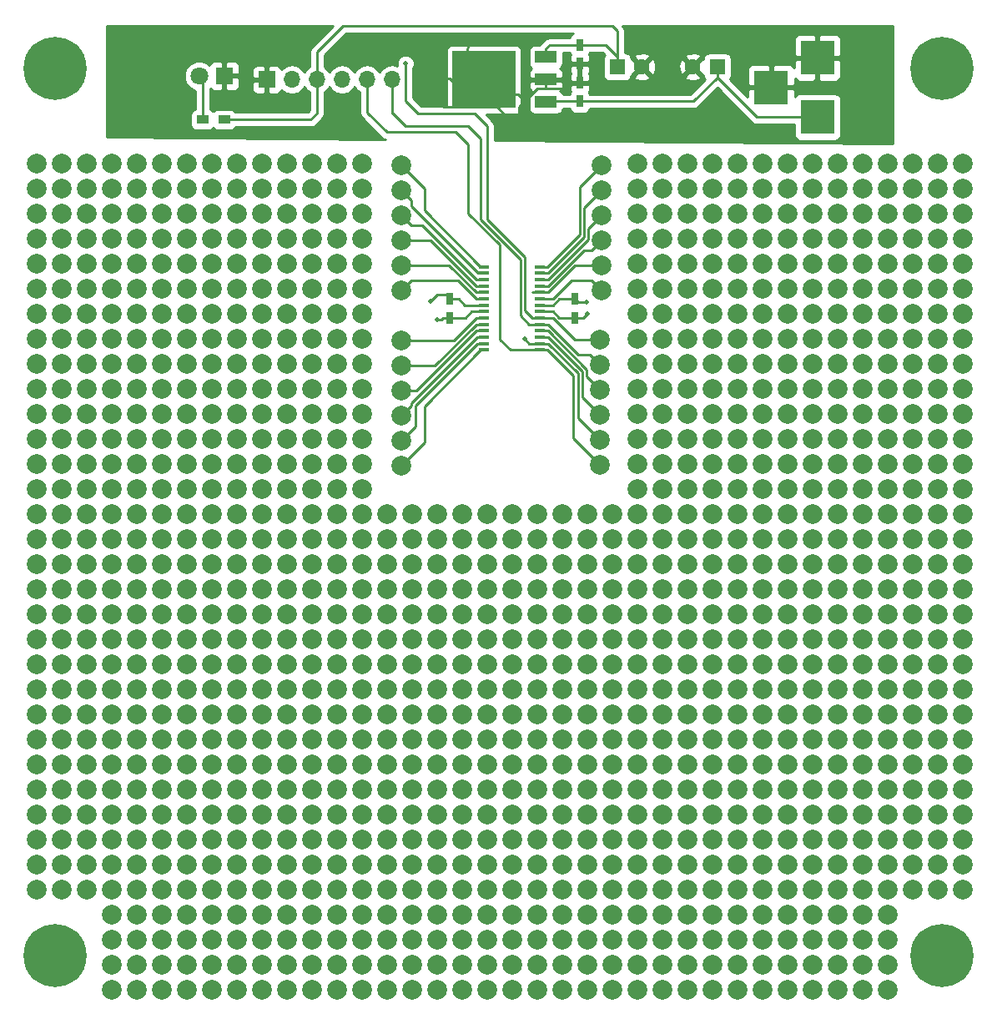
<source format=gbr>
G04 #@! TF.FileFunction,Copper,L1,Top,Signal*
%FSLAX46Y46*%
G04 Gerber Fmt 4.6, Leading zero omitted, Abs format (unit mm)*
G04 Created by KiCad (PCBNEW 4.0.6) date 07/25/17 01:14:20*
%MOMM*%
%LPD*%
G01*
G04 APERTURE LIST*
%ADD10C,0.100000*%
%ADD11C,2.000000*%
%ADD12C,6.400000*%
%ADD13R,1.600000X1.600000*%
%ADD14C,1.600000*%
%ADD15R,0.750000X1.200000*%
%ADD16R,1.700000X1.700000*%
%ADD17O,1.700000X1.700000*%
%ADD18R,3.500000X3.500000*%
%ADD19R,2.200000X1.200000*%
%ADD20R,6.400000X5.800000*%
%ADD21R,3.050000X2.750000*%
%ADD22R,1.100000X0.400000*%
%ADD23R,1.800000X1.800000*%
%ADD24C,1.800000*%
%ADD25R,1.200000X0.900000*%
%ADD26C,0.500000*%
%ADD27C,0.250000*%
%ADD28C,0.254000*%
G04 APERTURE END LIST*
D10*
D11*
X143510000Y-125095000D03*
X146050000Y-125095000D03*
X138430000Y-125095000D03*
X135890000Y-125095000D03*
X133350000Y-125095000D03*
X140970000Y-125095000D03*
X128270000Y-125095000D03*
X130810000Y-125095000D03*
X125730000Y-125095000D03*
X123190000Y-125095000D03*
X138430000Y-127635000D03*
X138430000Y-132715000D03*
X138430000Y-130175000D03*
X140970000Y-130175000D03*
X140970000Y-132715000D03*
X140970000Y-127635000D03*
X135890000Y-127635000D03*
X133350000Y-132715000D03*
X133350000Y-130175000D03*
X135890000Y-130175000D03*
X135890000Y-132715000D03*
X133350000Y-127635000D03*
X128270000Y-127635000D03*
X130810000Y-130175000D03*
X130810000Y-132715000D03*
X128270000Y-130175000D03*
X130810000Y-127635000D03*
X123190000Y-127635000D03*
X125730000Y-127635000D03*
X125730000Y-130175000D03*
X123190000Y-132715000D03*
X125730000Y-132715000D03*
X128270000Y-132715000D03*
X123190000Y-130175000D03*
X123190000Y-135255000D03*
X123190000Y-137795000D03*
X123190000Y-140335000D03*
X125730000Y-135255000D03*
X128270000Y-135255000D03*
X128270000Y-137795000D03*
X130810000Y-137795000D03*
X130810000Y-135255000D03*
X128270000Y-140335000D03*
X146050000Y-127635000D03*
X143510000Y-127635000D03*
X146050000Y-130175000D03*
X143510000Y-130175000D03*
X143510000Y-132715000D03*
X146050000Y-132715000D03*
X146050000Y-137795000D03*
X146050000Y-135255000D03*
X146050000Y-140335000D03*
X135890000Y-137795000D03*
X133350000Y-135255000D03*
X133350000Y-140335000D03*
X135890000Y-140335000D03*
X135890000Y-135255000D03*
X133350000Y-137795000D03*
X143510000Y-137795000D03*
X138430000Y-137795000D03*
X140970000Y-135255000D03*
X140970000Y-137795000D03*
X143510000Y-135255000D03*
X138430000Y-135255000D03*
X143510000Y-140335000D03*
X140970000Y-140335000D03*
X138430000Y-140335000D03*
X125730000Y-137795000D03*
X125730000Y-140335000D03*
X130810000Y-140335000D03*
X151130000Y-89535000D03*
X153670000Y-89535000D03*
X161290000Y-89535000D03*
X156210000Y-89535000D03*
X158750000Y-89535000D03*
X148590000Y-89535000D03*
X156210000Y-92075000D03*
X151130000Y-92075000D03*
X153670000Y-92075000D03*
X148590000Y-92075000D03*
X158750000Y-92075000D03*
X161290000Y-92075000D03*
X168910000Y-92075000D03*
X171450000Y-92075000D03*
X166370000Y-89535000D03*
X163830000Y-89535000D03*
X166370000Y-92075000D03*
X163830000Y-92075000D03*
X179070000Y-92075000D03*
X181610000Y-92075000D03*
X176530000Y-92075000D03*
X173990000Y-92075000D03*
X168910000Y-89535000D03*
X179070000Y-89535000D03*
X181610000Y-89535000D03*
X171450000Y-89535000D03*
X173990000Y-89535000D03*
X176530000Y-89535000D03*
X97790000Y-92075000D03*
X87630000Y-89535000D03*
X90170000Y-89535000D03*
X92710000Y-89535000D03*
X95250000Y-92075000D03*
X95250000Y-89535000D03*
X100330000Y-89535000D03*
X97790000Y-89535000D03*
X100330000Y-92075000D03*
X92710000Y-92075000D03*
X87630000Y-92075000D03*
X90170000Y-92075000D03*
X110490000Y-89535000D03*
X110490000Y-92075000D03*
X107950000Y-89535000D03*
X107950000Y-92075000D03*
X118110000Y-92075000D03*
X120650000Y-92075000D03*
X120650000Y-89535000D03*
X118110000Y-89535000D03*
X102870000Y-92075000D03*
X102870000Y-89535000D03*
X105410000Y-92075000D03*
X105410000Y-89535000D03*
X113030000Y-89535000D03*
X113030000Y-92075000D03*
X115570000Y-92075000D03*
X115570000Y-89535000D03*
X168910000Y-168275000D03*
X166370000Y-168275000D03*
X168910000Y-170815000D03*
X166370000Y-170815000D03*
X168910000Y-173355000D03*
X166370000Y-173355000D03*
X173990000Y-173355000D03*
X171450000Y-170815000D03*
X171450000Y-173355000D03*
X171450000Y-168275000D03*
X173990000Y-170815000D03*
X173990000Y-168275000D03*
X146050000Y-168275000D03*
X146050000Y-173355000D03*
X148590000Y-173355000D03*
X146050000Y-170815000D03*
X143510000Y-173355000D03*
X148590000Y-168275000D03*
X148590000Y-170815000D03*
X133350000Y-173355000D03*
X135890000Y-168275000D03*
X133350000Y-170815000D03*
X135890000Y-170815000D03*
X138430000Y-173355000D03*
X133350000Y-168275000D03*
X138430000Y-170815000D03*
X135890000Y-173355000D03*
X138430000Y-168275000D03*
X140970000Y-173355000D03*
X140970000Y-168275000D03*
X143510000Y-168275000D03*
X143510000Y-170815000D03*
X140970000Y-170815000D03*
X158750000Y-170815000D03*
X161290000Y-168275000D03*
X158750000Y-173355000D03*
X158750000Y-168275000D03*
X151130000Y-173355000D03*
X156210000Y-173355000D03*
X153670000Y-170815000D03*
X151130000Y-170815000D03*
X153670000Y-173355000D03*
X156210000Y-170815000D03*
X151130000Y-168275000D03*
X156210000Y-168275000D03*
X153670000Y-168275000D03*
X163830000Y-173355000D03*
X161290000Y-173355000D03*
X163830000Y-170815000D03*
X161290000Y-170815000D03*
X163830000Y-168275000D03*
X95250000Y-168275000D03*
X97790000Y-168275000D03*
X95250000Y-170815000D03*
X97790000Y-170815000D03*
X97790000Y-173355000D03*
X95250000Y-173355000D03*
X113030000Y-173355000D03*
X113030000Y-170815000D03*
X115570000Y-170815000D03*
X115570000Y-173355000D03*
X115570000Y-168275000D03*
X113030000Y-168275000D03*
X110490000Y-168275000D03*
X107950000Y-168275000D03*
X105410000Y-168275000D03*
X110490000Y-170815000D03*
X105410000Y-173355000D03*
X105410000Y-170815000D03*
X110490000Y-173355000D03*
X107950000Y-173355000D03*
X107950000Y-170815000D03*
X102870000Y-173355000D03*
X100330000Y-170815000D03*
X102870000Y-170815000D03*
X100330000Y-173355000D03*
X100330000Y-168275000D03*
X102870000Y-168275000D03*
X118110000Y-170815000D03*
X120650000Y-170815000D03*
X118110000Y-173355000D03*
X123190000Y-173355000D03*
X120650000Y-173355000D03*
X130810000Y-170815000D03*
X130810000Y-173355000D03*
X125730000Y-170815000D03*
X128270000Y-173355000D03*
X128270000Y-170815000D03*
X125730000Y-173355000D03*
X118110000Y-168275000D03*
X120650000Y-168275000D03*
X123190000Y-168275000D03*
X123190000Y-170815000D03*
X130810000Y-168275000D03*
X125730000Y-168275000D03*
X128270000Y-168275000D03*
X97790000Y-158115000D03*
X95250000Y-158115000D03*
X95250000Y-160655000D03*
X97790000Y-160655000D03*
X90170000Y-160655000D03*
X92710000Y-160655000D03*
X87630000Y-158115000D03*
X87630000Y-160655000D03*
X90170000Y-158115000D03*
X92710000Y-158115000D03*
X92710000Y-163195000D03*
X87630000Y-163195000D03*
X90170000Y-163195000D03*
X95250000Y-163195000D03*
X95250000Y-165735000D03*
X97790000Y-163195000D03*
X97790000Y-165735000D03*
X115570000Y-160655000D03*
X115570000Y-158115000D03*
X118110000Y-158115000D03*
X118110000Y-160655000D03*
X115570000Y-165735000D03*
X118110000Y-165735000D03*
X115570000Y-163195000D03*
X118110000Y-163195000D03*
X113030000Y-165735000D03*
X113030000Y-163195000D03*
X113030000Y-160655000D03*
X110490000Y-158115000D03*
X113030000Y-158115000D03*
X110490000Y-160655000D03*
X107950000Y-163195000D03*
X110490000Y-165735000D03*
X110490000Y-163195000D03*
X105410000Y-165735000D03*
X105410000Y-163195000D03*
X102870000Y-165735000D03*
X107950000Y-165735000D03*
X100330000Y-163195000D03*
X100330000Y-165735000D03*
X102870000Y-163195000D03*
X100330000Y-160655000D03*
X100330000Y-158115000D03*
X102870000Y-158115000D03*
X102870000Y-160655000D03*
X105410000Y-158115000D03*
X107950000Y-160655000D03*
X105410000Y-160655000D03*
X107950000Y-158115000D03*
X133350000Y-165735000D03*
X133350000Y-160655000D03*
X133350000Y-163195000D03*
X130810000Y-163195000D03*
X130810000Y-160655000D03*
X128270000Y-160655000D03*
X125730000Y-163195000D03*
X125730000Y-160655000D03*
X123190000Y-160655000D03*
X120650000Y-160655000D03*
X130810000Y-158115000D03*
X128270000Y-158115000D03*
X120650000Y-158115000D03*
X125730000Y-158115000D03*
X123190000Y-158115000D03*
X120650000Y-163195000D03*
X123190000Y-163195000D03*
X120650000Y-165735000D03*
X123190000Y-165735000D03*
X130810000Y-165735000D03*
X125730000Y-165735000D03*
X128270000Y-163195000D03*
X128270000Y-165735000D03*
X173990000Y-165735000D03*
X171450000Y-163195000D03*
X171450000Y-165735000D03*
X171450000Y-160655000D03*
X168910000Y-160655000D03*
X176530000Y-158115000D03*
X173990000Y-158115000D03*
X166370000Y-165735000D03*
X168910000Y-163195000D03*
X166370000Y-160655000D03*
X166370000Y-163195000D03*
X168910000Y-165735000D03*
X173990000Y-163195000D03*
X176530000Y-163195000D03*
X173990000Y-160655000D03*
X179070000Y-163195000D03*
X179070000Y-160655000D03*
X181610000Y-160655000D03*
X176530000Y-160655000D03*
X181610000Y-163195000D03*
X181610000Y-158115000D03*
X179070000Y-158115000D03*
X168910000Y-158115000D03*
X171450000Y-158115000D03*
X166370000Y-158115000D03*
X163830000Y-158115000D03*
X151130000Y-160655000D03*
X151130000Y-158115000D03*
X146050000Y-160655000D03*
X148590000Y-160655000D03*
X148590000Y-158115000D03*
X146050000Y-158115000D03*
X146050000Y-165735000D03*
X148590000Y-165735000D03*
X151130000Y-165735000D03*
X153670000Y-163195000D03*
X146050000Y-163195000D03*
X151130000Y-163195000D03*
X148590000Y-163195000D03*
X153670000Y-165735000D03*
X163830000Y-165735000D03*
X158750000Y-163195000D03*
X158750000Y-165735000D03*
X158750000Y-160655000D03*
X161290000Y-165735000D03*
X163830000Y-163195000D03*
X161290000Y-158115000D03*
X163830000Y-160655000D03*
X161290000Y-160655000D03*
X161290000Y-163195000D03*
X156210000Y-163195000D03*
X156210000Y-165735000D03*
X158750000Y-158115000D03*
X156210000Y-160655000D03*
X153670000Y-158115000D03*
X156210000Y-158115000D03*
X153670000Y-160655000D03*
X135890000Y-160655000D03*
X138430000Y-160655000D03*
X138430000Y-158115000D03*
X133350000Y-158115000D03*
X135890000Y-158115000D03*
X140970000Y-165735000D03*
X135890000Y-163195000D03*
X143510000Y-165735000D03*
X143510000Y-163195000D03*
X138430000Y-165735000D03*
X140970000Y-163195000D03*
X135890000Y-165735000D03*
X138430000Y-163195000D03*
X140970000Y-160655000D03*
X140970000Y-158115000D03*
X143510000Y-160655000D03*
X143510000Y-158115000D03*
X120650000Y-94615000D03*
X115570000Y-97155000D03*
X118110000Y-97155000D03*
X118110000Y-94615000D03*
X115570000Y-94615000D03*
X87630000Y-107315000D03*
X95250000Y-107315000D03*
X90170000Y-107315000D03*
X92710000Y-104775000D03*
X97790000Y-107315000D03*
X92710000Y-107315000D03*
X95250000Y-104775000D03*
X90170000Y-104775000D03*
X97790000Y-104775000D03*
X90170000Y-102235000D03*
X87630000Y-102235000D03*
X90170000Y-99695000D03*
X87630000Y-99695000D03*
X87630000Y-104775000D03*
X97790000Y-102235000D03*
X92710000Y-102235000D03*
X97790000Y-99695000D03*
X95250000Y-99695000D03*
X95250000Y-97155000D03*
X92710000Y-99695000D03*
X95250000Y-102235000D03*
X92710000Y-97155000D03*
X92710000Y-94615000D03*
X90170000Y-94615000D03*
X95250000Y-94615000D03*
X97790000Y-94615000D03*
X110490000Y-94615000D03*
X113030000Y-94615000D03*
X113030000Y-97155000D03*
X113030000Y-99695000D03*
X107950000Y-99695000D03*
X110490000Y-99695000D03*
X110490000Y-97155000D03*
X100330000Y-107315000D03*
X102870000Y-107315000D03*
X107950000Y-104775000D03*
X110490000Y-104775000D03*
X110490000Y-107315000D03*
X107950000Y-107315000D03*
X105410000Y-107315000D03*
X105410000Y-104775000D03*
X102870000Y-94615000D03*
X100330000Y-99695000D03*
X100330000Y-94615000D03*
X100330000Y-97155000D03*
X107950000Y-97155000D03*
X105410000Y-94615000D03*
X107950000Y-94615000D03*
X105410000Y-97155000D03*
X107950000Y-102235000D03*
X113030000Y-107315000D03*
X110490000Y-102235000D03*
X113030000Y-102235000D03*
X113030000Y-104775000D03*
X100330000Y-104775000D03*
X102870000Y-104775000D03*
X102870000Y-102235000D03*
X105410000Y-102235000D03*
X105410000Y-99695000D03*
X102870000Y-99695000D03*
X102870000Y-97155000D03*
X100330000Y-102235000D03*
X87630000Y-97155000D03*
X90170000Y-97155000D03*
X87630000Y-94615000D03*
X97790000Y-97155000D03*
X120650000Y-104775000D03*
X120650000Y-107315000D03*
X118110000Y-107315000D03*
X115570000Y-104775000D03*
X115570000Y-99695000D03*
X118110000Y-104775000D03*
X115570000Y-107315000D03*
X118110000Y-102235000D03*
X115570000Y-102235000D03*
X118110000Y-99695000D03*
X120650000Y-97155000D03*
X120650000Y-99695000D03*
X120650000Y-102235000D03*
X179070000Y-107315000D03*
X176530000Y-107315000D03*
X181610000Y-107315000D03*
X173990000Y-107315000D03*
X171450000Y-104775000D03*
X173990000Y-104775000D03*
X171450000Y-107315000D03*
X171450000Y-102235000D03*
X166370000Y-102235000D03*
X168910000Y-102235000D03*
X166370000Y-107315000D03*
X168910000Y-104775000D03*
X166370000Y-104775000D03*
X168910000Y-107315000D03*
X179070000Y-94615000D03*
X181610000Y-94615000D03*
X179070000Y-97155000D03*
X181610000Y-97155000D03*
X181610000Y-99695000D03*
X179070000Y-99695000D03*
X181610000Y-102235000D03*
X176530000Y-104775000D03*
X179070000Y-102235000D03*
X179070000Y-104775000D03*
X181610000Y-104775000D03*
X173990000Y-102235000D03*
X176530000Y-102235000D03*
X173990000Y-99695000D03*
X176530000Y-99695000D03*
X151130000Y-94615000D03*
X148590000Y-94615000D03*
X151130000Y-97155000D03*
X166370000Y-99695000D03*
X168910000Y-99695000D03*
X163830000Y-99695000D03*
X166370000Y-97155000D03*
X163830000Y-97155000D03*
X163830000Y-94615000D03*
X166370000Y-94615000D03*
X168910000Y-97155000D03*
X168910000Y-94615000D03*
X171450000Y-99695000D03*
X173990000Y-97155000D03*
X176530000Y-94615000D03*
X171450000Y-97155000D03*
X176530000Y-97155000D03*
X173990000Y-94615000D03*
X171450000Y-94615000D03*
X148590000Y-102235000D03*
X151130000Y-102235000D03*
X148590000Y-99695000D03*
X151130000Y-99695000D03*
X163830000Y-104775000D03*
X161290000Y-104775000D03*
X161290000Y-107315000D03*
X163830000Y-102235000D03*
X161290000Y-102235000D03*
X163830000Y-107315000D03*
X148590000Y-104775000D03*
X151130000Y-107315000D03*
X151130000Y-104775000D03*
X148590000Y-107315000D03*
X158750000Y-102235000D03*
X158750000Y-97155000D03*
X158750000Y-99695000D03*
X161290000Y-99695000D03*
X161290000Y-97155000D03*
X148590000Y-97155000D03*
X153670000Y-99695000D03*
X156210000Y-99695000D03*
X153670000Y-97155000D03*
X153670000Y-94615000D03*
X156210000Y-97155000D03*
X156210000Y-94615000D03*
X153670000Y-107315000D03*
X153670000Y-104775000D03*
X153670000Y-102235000D03*
X156210000Y-107315000D03*
X158750000Y-107315000D03*
X158750000Y-104775000D03*
X156210000Y-104775000D03*
X156210000Y-102235000D03*
X158750000Y-94615000D03*
X161290000Y-94615000D03*
X140970000Y-155575000D03*
X140970000Y-153035000D03*
X140970000Y-150495000D03*
X143510000Y-150495000D03*
X138430000Y-155575000D03*
X138430000Y-153035000D03*
X138430000Y-150495000D03*
X135890000Y-150495000D03*
X135890000Y-155575000D03*
X133350000Y-155575000D03*
X133350000Y-150495000D03*
X133350000Y-153035000D03*
X135890000Y-153035000D03*
X143510000Y-155575000D03*
X146050000Y-155575000D03*
X146050000Y-150495000D03*
X146050000Y-153035000D03*
X143510000Y-153035000D03*
X148590000Y-150495000D03*
X181610000Y-150495000D03*
X179070000Y-150495000D03*
X176530000Y-150495000D03*
X171450000Y-150495000D03*
X163830000Y-153035000D03*
X163830000Y-150495000D03*
X166370000Y-150495000D03*
X168910000Y-150495000D03*
X166370000Y-155575000D03*
X163830000Y-155575000D03*
X168910000Y-153035000D03*
X166370000Y-153035000D03*
X168910000Y-155575000D03*
X173990000Y-155575000D03*
X171450000Y-153035000D03*
X173990000Y-153035000D03*
X171450000Y-155575000D03*
X173990000Y-150495000D03*
X179070000Y-155575000D03*
X181610000Y-155575000D03*
X176530000Y-155575000D03*
X176530000Y-153035000D03*
X179070000Y-153035000D03*
X181610000Y-153035000D03*
X153670000Y-155575000D03*
X148590000Y-155575000D03*
X148590000Y-153035000D03*
X151130000Y-155575000D03*
X151130000Y-153035000D03*
X153670000Y-153035000D03*
X153670000Y-150495000D03*
X151130000Y-150495000D03*
X156210000Y-155575000D03*
X158750000Y-155575000D03*
X161290000Y-153035000D03*
X161290000Y-155575000D03*
X158750000Y-153035000D03*
X156210000Y-153035000D03*
X156210000Y-150495000D03*
X158750000Y-150495000D03*
X161290000Y-150495000D03*
X100330000Y-153035000D03*
X100330000Y-155575000D03*
X102870000Y-150495000D03*
X100330000Y-150495000D03*
X107950000Y-153035000D03*
X110490000Y-150495000D03*
X110490000Y-153035000D03*
X113030000Y-155575000D03*
X110490000Y-155575000D03*
X107950000Y-150495000D03*
X107950000Y-155575000D03*
X105410000Y-155575000D03*
X105410000Y-153035000D03*
X105410000Y-150495000D03*
X102870000Y-155575000D03*
X102870000Y-153035000D03*
X130810000Y-155575000D03*
X130810000Y-153035000D03*
X128270000Y-153035000D03*
X128270000Y-155575000D03*
X130810000Y-150495000D03*
X128270000Y-150495000D03*
X125730000Y-155575000D03*
X125730000Y-153035000D03*
X123190000Y-155575000D03*
X123190000Y-153035000D03*
X125730000Y-150495000D03*
X118110000Y-155575000D03*
X120650000Y-153035000D03*
X120650000Y-155575000D03*
X118110000Y-153035000D03*
X115570000Y-155575000D03*
X118110000Y-150495000D03*
X115570000Y-153035000D03*
X115570000Y-150495000D03*
X123190000Y-150495000D03*
X120650000Y-150495000D03*
X113030000Y-153035000D03*
X113030000Y-150495000D03*
X92710000Y-153035000D03*
X97790000Y-150495000D03*
X97790000Y-153035000D03*
X97790000Y-155575000D03*
X92710000Y-155575000D03*
X95250000Y-153035000D03*
X95250000Y-150495000D03*
X95250000Y-155575000D03*
X90170000Y-155575000D03*
X92710000Y-150495000D03*
X87630000Y-150495000D03*
X87630000Y-155575000D03*
X90170000Y-150495000D03*
X87630000Y-153035000D03*
X90170000Y-153035000D03*
X140970000Y-147955000D03*
X138430000Y-147955000D03*
X135890000Y-147955000D03*
X133350000Y-147955000D03*
X143510000Y-147955000D03*
X146050000Y-147955000D03*
X130810000Y-147955000D03*
X128270000Y-147955000D03*
X125730000Y-147955000D03*
X123190000Y-147955000D03*
X140970000Y-145415000D03*
X138430000Y-145415000D03*
X135890000Y-145415000D03*
X133350000Y-145415000D03*
X143510000Y-145415000D03*
X146050000Y-145415000D03*
X130810000Y-145415000D03*
X128270000Y-145415000D03*
X125730000Y-145415000D03*
X123190000Y-145415000D03*
X140970000Y-142875000D03*
X138430000Y-142875000D03*
X143510000Y-142875000D03*
X146050000Y-142875000D03*
X130810000Y-142875000D03*
X133350000Y-142875000D03*
X135890000Y-142875000D03*
X125730000Y-142875000D03*
X128270000Y-142875000D03*
X123190000Y-142875000D03*
X120650000Y-135255000D03*
X118110000Y-132715000D03*
X120650000Y-132715000D03*
X118110000Y-135255000D03*
X118110000Y-137795000D03*
X115570000Y-137795000D03*
X120650000Y-140335000D03*
X120650000Y-137795000D03*
X118110000Y-147955000D03*
X115570000Y-147955000D03*
X120650000Y-147955000D03*
X120650000Y-142875000D03*
X120650000Y-145415000D03*
X118110000Y-145415000D03*
X118110000Y-142875000D03*
X118110000Y-140335000D03*
X115570000Y-127635000D03*
X118110000Y-127635000D03*
X120650000Y-127635000D03*
X120650000Y-125095000D03*
X118110000Y-125095000D03*
X113030000Y-125095000D03*
X115570000Y-125095000D03*
X120650000Y-130175000D03*
X115570000Y-132715000D03*
X115570000Y-135255000D03*
X118110000Y-130175000D03*
X115570000Y-130175000D03*
X115570000Y-145415000D03*
X113030000Y-145415000D03*
X113030000Y-140335000D03*
X113030000Y-142875000D03*
X115570000Y-142875000D03*
X115570000Y-140335000D03*
X90170000Y-125095000D03*
X87630000Y-125095000D03*
X87630000Y-122555000D03*
X90170000Y-122555000D03*
X92710000Y-122555000D03*
X92710000Y-120015000D03*
X97790000Y-125095000D03*
X97790000Y-122555000D03*
X97790000Y-120015000D03*
X95250000Y-122555000D03*
X95250000Y-120015000D03*
X87630000Y-117475000D03*
X90170000Y-120015000D03*
X87630000Y-114935000D03*
X87630000Y-120015000D03*
X95250000Y-114935000D03*
X97790000Y-114935000D03*
X97790000Y-117475000D03*
X95250000Y-117475000D03*
X90170000Y-114935000D03*
X90170000Y-117475000D03*
X92710000Y-117475000D03*
X92710000Y-114935000D03*
X87630000Y-130175000D03*
X90170000Y-130175000D03*
X87630000Y-127635000D03*
X90170000Y-127635000D03*
X97790000Y-130175000D03*
X100330000Y-130175000D03*
X100330000Y-132715000D03*
X97790000Y-132715000D03*
X95250000Y-130175000D03*
X95250000Y-132715000D03*
X100330000Y-127635000D03*
X97790000Y-127635000D03*
X87630000Y-132715000D03*
X90170000Y-132715000D03*
X92710000Y-130175000D03*
X92710000Y-132715000D03*
X92710000Y-125095000D03*
X95250000Y-127635000D03*
X92710000Y-127635000D03*
X95250000Y-125095000D03*
X90170000Y-147955000D03*
X87630000Y-145415000D03*
X87630000Y-147955000D03*
X92710000Y-145415000D03*
X90170000Y-145415000D03*
X92710000Y-147955000D03*
X100330000Y-137795000D03*
X97790000Y-135255000D03*
X100330000Y-135255000D03*
X100330000Y-140335000D03*
X87630000Y-137795000D03*
X87630000Y-135255000D03*
X92710000Y-135255000D03*
X90170000Y-137795000D03*
X90170000Y-135255000D03*
X92710000Y-137795000D03*
X100330000Y-145415000D03*
X100330000Y-142875000D03*
X97790000Y-145415000D03*
X97790000Y-142875000D03*
X95250000Y-142875000D03*
X95250000Y-147955000D03*
X100330000Y-147955000D03*
X97790000Y-147955000D03*
X95250000Y-145415000D03*
X97790000Y-140335000D03*
X95250000Y-137795000D03*
X97790000Y-137795000D03*
X95250000Y-135255000D03*
X95250000Y-140335000D03*
X87630000Y-142875000D03*
X92710000Y-140335000D03*
X87630000Y-140335000D03*
X90170000Y-140335000D03*
X90170000Y-142875000D03*
X92710000Y-142875000D03*
X100330000Y-122555000D03*
X100330000Y-125095000D03*
X102870000Y-125095000D03*
X100330000Y-120015000D03*
X107950000Y-120015000D03*
X107950000Y-122555000D03*
X107950000Y-125095000D03*
X110490000Y-125095000D03*
X105410000Y-125095000D03*
X102870000Y-122555000D03*
X105410000Y-120015000D03*
X105410000Y-122555000D03*
X102870000Y-120015000D03*
X107950000Y-114935000D03*
X107950000Y-117475000D03*
X105410000Y-114935000D03*
X105410000Y-117475000D03*
X100330000Y-114935000D03*
X102870000Y-114935000D03*
X102870000Y-117475000D03*
X100330000Y-117475000D03*
X110490000Y-132715000D03*
X113030000Y-132715000D03*
X107950000Y-132715000D03*
X107950000Y-130175000D03*
X105410000Y-145415000D03*
X105410000Y-147955000D03*
X102870000Y-147955000D03*
X102870000Y-145415000D03*
X107950000Y-145415000D03*
X105410000Y-137795000D03*
X102870000Y-140335000D03*
X105410000Y-140335000D03*
X105410000Y-142875000D03*
X102870000Y-142875000D03*
X102870000Y-137795000D03*
X110490000Y-130175000D03*
X113030000Y-130175000D03*
X113030000Y-127635000D03*
X107950000Y-127635000D03*
X110490000Y-127635000D03*
X102870000Y-132715000D03*
X102870000Y-135255000D03*
X105410000Y-130175000D03*
X105410000Y-135255000D03*
X105410000Y-132715000D03*
X102870000Y-130175000D03*
X102870000Y-127635000D03*
X105410000Y-127635000D03*
X107950000Y-142875000D03*
X113030000Y-137795000D03*
X110490000Y-137795000D03*
X110490000Y-142875000D03*
X110490000Y-145415000D03*
X107950000Y-147955000D03*
X110490000Y-147955000D03*
X113030000Y-147955000D03*
X113030000Y-135255000D03*
X110490000Y-135255000D03*
X107950000Y-135255000D03*
X107950000Y-137795000D03*
X107950000Y-140335000D03*
X110490000Y-140335000D03*
X118110000Y-112395000D03*
X118110000Y-109855000D03*
X115570000Y-112395000D03*
X115570000Y-109855000D03*
X113030000Y-112395000D03*
X113030000Y-109855000D03*
X120650000Y-109855000D03*
X120650000Y-112395000D03*
X90170000Y-109855000D03*
X90170000Y-112395000D03*
X87630000Y-109855000D03*
X87630000Y-112395000D03*
X120650000Y-122555000D03*
X120650000Y-120015000D03*
X118110000Y-120015000D03*
X118110000Y-122555000D03*
X120650000Y-117475000D03*
X118110000Y-114935000D03*
X118110000Y-117475000D03*
X120650000Y-114935000D03*
X115570000Y-122555000D03*
X115570000Y-120015000D03*
X113030000Y-120015000D03*
X110490000Y-120015000D03*
X113030000Y-122555000D03*
X110490000Y-122555000D03*
X113030000Y-114935000D03*
X110490000Y-114935000D03*
X115570000Y-114935000D03*
X110490000Y-117475000D03*
X115570000Y-117475000D03*
X113030000Y-117475000D03*
X92710000Y-109855000D03*
X95250000Y-112395000D03*
X95250000Y-109855000D03*
X92710000Y-112395000D03*
X105410000Y-112395000D03*
X102870000Y-109855000D03*
X102870000Y-112395000D03*
X105410000Y-109855000D03*
X107950000Y-112395000D03*
X110490000Y-109855000D03*
X107950000Y-109855000D03*
X110490000Y-112395000D03*
X97790000Y-112395000D03*
X100330000Y-112395000D03*
X100330000Y-109855000D03*
X97790000Y-109855000D03*
X179070000Y-147955000D03*
X181610000Y-147955000D03*
X176530000Y-147955000D03*
X176530000Y-145415000D03*
X179070000Y-145415000D03*
X181610000Y-142875000D03*
X181610000Y-145415000D03*
X166370000Y-145415000D03*
X163830000Y-145415000D03*
X166370000Y-147955000D03*
X163830000Y-147955000D03*
X171450000Y-145415000D03*
X173990000Y-145415000D03*
X171450000Y-147955000D03*
X173990000Y-147955000D03*
X168910000Y-147955000D03*
X176530000Y-135255000D03*
X176530000Y-137795000D03*
X179070000Y-137795000D03*
X181610000Y-135255000D03*
X179070000Y-135255000D03*
X176530000Y-142875000D03*
X179070000Y-142875000D03*
X176530000Y-140335000D03*
X179070000Y-140335000D03*
X181610000Y-140335000D03*
X181610000Y-137795000D03*
X168910000Y-140335000D03*
X173990000Y-140335000D03*
X171450000Y-140335000D03*
X171450000Y-142875000D03*
X168910000Y-142875000D03*
X173990000Y-142875000D03*
X168910000Y-145415000D03*
X163830000Y-140335000D03*
X166370000Y-140335000D03*
X163830000Y-142875000D03*
X161290000Y-140335000D03*
X161290000Y-142875000D03*
X166370000Y-142875000D03*
X173990000Y-137795000D03*
X173990000Y-135255000D03*
X171450000Y-137795000D03*
X171450000Y-135255000D03*
X156210000Y-137795000D03*
X158750000Y-135255000D03*
X156210000Y-135255000D03*
X158750000Y-137795000D03*
X153670000Y-135255000D03*
X151130000Y-137795000D03*
X151130000Y-135255000D03*
X153670000Y-137795000D03*
X166370000Y-137795000D03*
X166370000Y-135255000D03*
X168910000Y-135255000D03*
X168910000Y-137795000D03*
X161290000Y-137795000D03*
X163830000Y-135255000D03*
X161290000Y-135255000D03*
X163830000Y-137795000D03*
X153670000Y-142875000D03*
X156210000Y-140335000D03*
X153670000Y-140335000D03*
X156210000Y-142875000D03*
X158750000Y-142875000D03*
X158750000Y-145415000D03*
X156210000Y-145415000D03*
X158750000Y-140335000D03*
X153670000Y-145415000D03*
X158750000Y-147955000D03*
X161290000Y-147955000D03*
X156210000Y-147955000D03*
X161290000Y-145415000D03*
X153670000Y-147955000D03*
X151130000Y-142875000D03*
X148590000Y-140335000D03*
X151130000Y-140335000D03*
X151130000Y-145415000D03*
X148590000Y-135255000D03*
X148590000Y-145415000D03*
X148590000Y-137795000D03*
X148590000Y-142875000D03*
X148590000Y-147955000D03*
X151130000Y-147955000D03*
X153670000Y-132715000D03*
X153670000Y-130175000D03*
X156210000Y-132715000D03*
X156210000Y-130175000D03*
X176530000Y-130175000D03*
X179070000Y-132715000D03*
X179070000Y-130175000D03*
X176530000Y-132715000D03*
X181610000Y-132715000D03*
X173990000Y-132715000D03*
X173990000Y-130175000D03*
X181610000Y-130175000D03*
X166370000Y-130175000D03*
X166370000Y-132715000D03*
X163830000Y-132715000D03*
X163830000Y-130175000D03*
X171450000Y-132715000D03*
X171450000Y-130175000D03*
X168910000Y-132715000D03*
X168910000Y-130175000D03*
X151130000Y-132715000D03*
X148590000Y-130175000D03*
X148590000Y-132715000D03*
X151130000Y-130175000D03*
X158750000Y-130175000D03*
X161290000Y-132715000D03*
X158750000Y-132715000D03*
X161290000Y-130175000D03*
X163830000Y-120015000D03*
X166370000Y-122555000D03*
X166370000Y-120015000D03*
X163830000Y-122555000D03*
X176530000Y-122555000D03*
X179070000Y-122555000D03*
X176530000Y-120015000D03*
X179070000Y-120015000D03*
X168910000Y-120015000D03*
X171450000Y-120015000D03*
X171450000Y-122555000D03*
X168910000Y-122555000D03*
X173990000Y-122555000D03*
X181610000Y-120015000D03*
X181610000Y-122555000D03*
X173990000Y-120015000D03*
X161290000Y-120015000D03*
X151130000Y-122555000D03*
X153670000Y-122555000D03*
X148590000Y-122555000D03*
X153670000Y-120015000D03*
X148590000Y-120015000D03*
X151130000Y-120015000D03*
X158750000Y-122555000D03*
X158750000Y-120015000D03*
X156210000Y-122555000D03*
X156210000Y-120015000D03*
X161290000Y-122555000D03*
X158750000Y-127635000D03*
X158750000Y-125095000D03*
X153670000Y-125095000D03*
X156210000Y-125095000D03*
X156210000Y-127635000D03*
X168910000Y-127635000D03*
X163830000Y-127635000D03*
X163830000Y-125095000D03*
X166370000Y-125095000D03*
X161290000Y-127635000D03*
X166370000Y-127635000D03*
X161290000Y-125095000D03*
X168910000Y-125095000D03*
X171450000Y-125095000D03*
X173990000Y-125095000D03*
X173990000Y-127635000D03*
X171450000Y-127635000D03*
X148590000Y-127635000D03*
X151130000Y-125095000D03*
X151130000Y-127635000D03*
X153670000Y-127635000D03*
X148590000Y-125095000D03*
X181610000Y-125095000D03*
X179070000Y-125095000D03*
X176530000Y-127635000D03*
X179070000Y-127635000D03*
X181610000Y-127635000D03*
X176530000Y-125095000D03*
X181610000Y-114935000D03*
X179070000Y-114935000D03*
X176530000Y-117475000D03*
X179070000Y-117475000D03*
X181610000Y-117475000D03*
X176530000Y-114935000D03*
X171450000Y-117475000D03*
X168910000Y-117475000D03*
X168910000Y-114935000D03*
X171450000Y-114935000D03*
X173990000Y-114935000D03*
X173990000Y-117475000D03*
X161290000Y-117475000D03*
X163830000Y-117475000D03*
X158750000Y-117475000D03*
X166370000Y-117475000D03*
X158750000Y-114935000D03*
X161290000Y-114935000D03*
X163830000Y-114935000D03*
X166370000Y-114935000D03*
X148590000Y-117475000D03*
X151130000Y-114935000D03*
X153670000Y-114935000D03*
X156210000Y-114935000D03*
X156210000Y-117475000D03*
X151130000Y-117475000D03*
X153670000Y-117475000D03*
X148590000Y-114935000D03*
X161290000Y-112395000D03*
X158750000Y-112395000D03*
X148590000Y-112395000D03*
X151130000Y-112395000D03*
X153670000Y-112395000D03*
X156210000Y-112395000D03*
X181610000Y-109855000D03*
X179070000Y-109855000D03*
X171450000Y-112395000D03*
X163830000Y-112395000D03*
X166370000Y-112395000D03*
X168910000Y-112395000D03*
X181610000Y-112395000D03*
X173990000Y-112395000D03*
X176530000Y-112395000D03*
X179070000Y-112395000D03*
X176530000Y-109855000D03*
X168910000Y-109855000D03*
X171450000Y-109855000D03*
X173990000Y-109855000D03*
X166370000Y-109855000D03*
X158750000Y-109855000D03*
X161290000Y-109855000D03*
X163830000Y-109855000D03*
X156210000Y-109855000D03*
X148590000Y-109855000D03*
X151130000Y-109855000D03*
D12*
X89530000Y-169850000D03*
X179530000Y-169850000D03*
X179530000Y-79850000D03*
D13*
X156720000Y-79740000D03*
D14*
X154220000Y-79740000D03*
D15*
X142750000Y-83230000D03*
X142750000Y-81330000D03*
X142750000Y-77520000D03*
X142750000Y-79420000D03*
D13*
X146560000Y-79740000D03*
D14*
X149060000Y-79740000D03*
D15*
X142240000Y-103270000D03*
X142240000Y-105170000D03*
X129540000Y-105170000D03*
X129540000Y-103270000D03*
D11*
X124630000Y-89700000D03*
X124630000Y-92240000D03*
X124630000Y-94780000D03*
X124630000Y-97320000D03*
X124630000Y-99860000D03*
X124630000Y-102400000D03*
X124630000Y-107480000D03*
X124630000Y-110020000D03*
X124630000Y-112560000D03*
X124630000Y-115100000D03*
X124630000Y-117640000D03*
X124630000Y-120180000D03*
X144950000Y-89700000D03*
X144950000Y-92240000D03*
X144950000Y-94780000D03*
X144950000Y-97320000D03*
X144950000Y-99860000D03*
X144950000Y-102400000D03*
X144780000Y-112475000D03*
X144780000Y-115015000D03*
X144780000Y-117555000D03*
X144780000Y-120095000D03*
D16*
X111000000Y-81010000D03*
D17*
X113540000Y-81010000D03*
X116080000Y-81010000D03*
X118620000Y-81010000D03*
X121160000Y-81010000D03*
X123700000Y-81010000D03*
D18*
X166880000Y-84820000D03*
X166880000Y-78820000D03*
X162180000Y-81820000D03*
D19*
X139330000Y-83290000D03*
X139330000Y-81010000D03*
X139330000Y-78730000D03*
D20*
X133030000Y-81010000D03*
D21*
X131355000Y-79485000D03*
X134705000Y-82535000D03*
X131355000Y-82535000D03*
X134705000Y-79485000D03*
D22*
X133040000Y-99995000D03*
X133040000Y-100645000D03*
X133040000Y-101295000D03*
X133040000Y-101945000D03*
X133040000Y-102595000D03*
X133040000Y-103245000D03*
X133040000Y-103895000D03*
X133040000Y-104545000D03*
X133040000Y-105195000D03*
X133040000Y-105845000D03*
X133040000Y-106495000D03*
X133040000Y-107145000D03*
X133040000Y-107795000D03*
X133040000Y-108445000D03*
X138740000Y-108445000D03*
X138740000Y-107795000D03*
X138740000Y-107145000D03*
X138740000Y-106495000D03*
X138740000Y-105845000D03*
X138740000Y-105195000D03*
X138740000Y-104545000D03*
X138740000Y-103895000D03*
X138740000Y-103245000D03*
X138740000Y-102595000D03*
X138740000Y-101945000D03*
X138740000Y-101295000D03*
X138740000Y-100645000D03*
X138740000Y-99995000D03*
D11*
X144780000Y-107395000D03*
X144780000Y-109935000D03*
X153670000Y-109855000D03*
D12*
X89530000Y-79850000D03*
D23*
X106680000Y-80645000D03*
D24*
X104140000Y-80645000D03*
D25*
X106680000Y-85090000D03*
X104480000Y-85090000D03*
D26*
X136074990Y-85540010D03*
X143420913Y-103594087D03*
X128270000Y-105410000D03*
X143510000Y-104775000D03*
X127635000Y-103505000D03*
X137160000Y-107315000D03*
X125095000Y-79375000D03*
D27*
X142750000Y-83230000D02*
X139390000Y-83230000D01*
X139390000Y-83230000D02*
X139330000Y-83290000D01*
X142750000Y-83230000D02*
X154280000Y-83230000D01*
X154280000Y-83230000D02*
X156720000Y-80790000D01*
X156720000Y-80790000D02*
X156720000Y-79740000D01*
X166880000Y-84820000D02*
X160750000Y-84820000D01*
X160750000Y-84820000D02*
X156720000Y-80790000D01*
X136074990Y-85540010D02*
X134354980Y-83820000D01*
X134354980Y-83820000D02*
X128906411Y-83820000D01*
X128906411Y-83820000D02*
X128905000Y-83820000D01*
X128083600Y-82099990D02*
X127951795Y-82231795D01*
X129273590Y-80910000D02*
X128083600Y-82099990D01*
X131355000Y-82535000D02*
X131205000Y-82535000D01*
X131205000Y-82535000D02*
X129580000Y-80910000D01*
X129580000Y-80910000D02*
X129273590Y-80910000D01*
X131445000Y-77770000D02*
X131445000Y-76835000D01*
X131355000Y-79485000D02*
X131355000Y-77860000D01*
X131355000Y-77860000D02*
X131445000Y-77770000D01*
X137160000Y-83215000D02*
X137160000Y-83820000D01*
X134705000Y-82535000D02*
X136480000Y-82535000D01*
X136480000Y-82535000D02*
X137160000Y-83215000D01*
X139330000Y-81010000D02*
X139330000Y-81860000D01*
X139330000Y-81860000D02*
X139275000Y-81915000D01*
X136074990Y-85540010D02*
X136555001Y-85059999D01*
X136555001Y-85059999D02*
X136555001Y-83789999D01*
X136555001Y-83789999D02*
X138409999Y-81935001D01*
X138409999Y-81935001D02*
X141519999Y-81935001D01*
X141519999Y-81935001D02*
X142125000Y-81330000D01*
X142125000Y-81330000D02*
X142750000Y-81330000D01*
X143420913Y-103594087D02*
X142564087Y-103594087D01*
X142564087Y-103594087D02*
X142240000Y-103270000D01*
X128675000Y-105410000D02*
X128270000Y-105410000D01*
X129540000Y-105170000D02*
X128915000Y-105170000D01*
X128915000Y-105170000D02*
X128675000Y-105410000D01*
X142750000Y-81330000D02*
X142750000Y-79420000D01*
X166880000Y-78820000D02*
X166880000Y-80820000D01*
X166880000Y-80820000D02*
X165880000Y-81820000D01*
X165880000Y-81820000D02*
X164180000Y-81820000D01*
X164180000Y-81820000D02*
X162180000Y-81820000D01*
X140650000Y-103270000D02*
X142240000Y-103270000D01*
X131130000Y-105170000D02*
X129540000Y-105170000D01*
X140025000Y-103895000D02*
X140650000Y-103270000D01*
X131755000Y-104545000D02*
X131130000Y-105170000D01*
X138740000Y-103895000D02*
X140025000Y-103895000D01*
X133040000Y-104545000D02*
X131755000Y-104545000D01*
X116080000Y-81010000D02*
X116080000Y-78230000D01*
X116080000Y-78230000D02*
X118745000Y-75565000D01*
X118745000Y-75565000D02*
X146050000Y-75565000D01*
X146050000Y-75565000D02*
X146560000Y-76075000D01*
X146560000Y-76075000D02*
X146560000Y-79740000D01*
X106680000Y-85090000D02*
X115445000Y-85090000D01*
X116080000Y-84455000D02*
X116080000Y-82212081D01*
X115445000Y-85090000D02*
X116080000Y-84455000D01*
X116080000Y-82212081D02*
X116080000Y-81010000D01*
X131120000Y-103895000D02*
X133040000Y-103895000D01*
X138740000Y-104545000D02*
X140025000Y-104545000D01*
X140025000Y-104545000D02*
X140650000Y-105170000D01*
X130495000Y-103270000D02*
X131120000Y-103895000D01*
X142865000Y-105170000D02*
X143115000Y-105170000D01*
X143115000Y-105170000D02*
X143510000Y-104775000D01*
X128905000Y-102870000D02*
X129540000Y-102870000D01*
X128270000Y-102870000D02*
X128905000Y-102870000D01*
X127635000Y-103505000D02*
X128270000Y-102870000D01*
X142750000Y-77520000D02*
X145390000Y-77520000D01*
X145390000Y-77520000D02*
X146560000Y-78690000D01*
X146560000Y-78690000D02*
X146560000Y-79740000D01*
X142240000Y-105170000D02*
X142865000Y-105170000D01*
X142750000Y-77520000D02*
X139690000Y-77520000D01*
X139690000Y-77520000D02*
X139330000Y-77880000D01*
X139330000Y-77880000D02*
X139330000Y-78730000D01*
X140650000Y-105170000D02*
X142240000Y-105170000D01*
X129540000Y-103270000D02*
X130495000Y-103270000D01*
X126365000Y-91435000D02*
X124630000Y-89700000D01*
X127000000Y-92070000D02*
X126365000Y-91435000D01*
X132690000Y-99995000D02*
X127000000Y-94305000D01*
X127000000Y-94305000D02*
X127000000Y-92070000D01*
X133040000Y-99995000D02*
X132690000Y-99995000D01*
X125629999Y-93239999D02*
X124630000Y-92240000D01*
X133040000Y-100645000D02*
X132456002Y-100645000D01*
X132456002Y-100645000D02*
X125629999Y-93818997D01*
X125629999Y-93818997D02*
X125629999Y-93239999D01*
X125629999Y-95779999D02*
X124630000Y-94780000D01*
X133040000Y-101295000D02*
X132240000Y-101295000D01*
X132240000Y-101295000D02*
X126724999Y-95779999D01*
X126724999Y-95779999D02*
X125629999Y-95779999D01*
X126044213Y-97320000D02*
X124630000Y-97320000D01*
X133040000Y-101945000D02*
X132240000Y-101945000D01*
X132240000Y-101945000D02*
X127615000Y-97320000D01*
X127615000Y-97320000D02*
X126044213Y-97320000D01*
X126044213Y-99860000D02*
X124630000Y-99860000D01*
X133040000Y-102595000D02*
X132240000Y-102595000D01*
X132240000Y-102595000D02*
X129505000Y-99860000D01*
X129505000Y-99860000D02*
X126044213Y-99860000D01*
X125629999Y-101400001D02*
X124630000Y-102400000D01*
X133040000Y-103245000D02*
X132240000Y-103245000D01*
X132240000Y-103245000D02*
X130395001Y-101400001D01*
X130395001Y-101400001D02*
X125629999Y-101400001D01*
X133040000Y-105195000D02*
X132240000Y-105195000D01*
X132240000Y-105195000D02*
X129955000Y-107480000D01*
X129955000Y-107480000D02*
X126044213Y-107480000D01*
X126044213Y-107480000D02*
X124630000Y-107480000D01*
X133040000Y-105845000D02*
X132240000Y-105845000D01*
X132240000Y-105845000D02*
X128065000Y-110020000D01*
X128065000Y-110020000D02*
X126044213Y-110020000D01*
X126044213Y-110020000D02*
X124630000Y-110020000D01*
X133040000Y-106495000D02*
X132240000Y-106495000D01*
X132240000Y-106495000D02*
X126175000Y-112560000D01*
X126175000Y-112560000D02*
X126044213Y-112560000D01*
X126044213Y-112560000D02*
X124630000Y-112560000D01*
X133040000Y-107145000D02*
X132354998Y-107145000D01*
X132354998Y-107145000D02*
X125629999Y-113869999D01*
X125629999Y-113869999D02*
X125629999Y-114100001D01*
X125629999Y-114100001D02*
X124630000Y-115100000D01*
X133040000Y-107795000D02*
X132341408Y-107795000D01*
X132341408Y-107795000D02*
X126080009Y-114056399D01*
X126080009Y-114056399D02*
X126080009Y-116189991D01*
X126080009Y-116189991D02*
X125629999Y-116640001D01*
X125629999Y-116640001D02*
X124630000Y-117640000D01*
X127000000Y-114135000D02*
X127000000Y-117810000D01*
X133040000Y-108445000D02*
X132690000Y-108445000D01*
X132690000Y-108445000D02*
X127000000Y-114135000D01*
X127000000Y-117810000D02*
X124630000Y-120180000D01*
X143950001Y-90699999D02*
X144950000Y-89700000D01*
X138740000Y-99995000D02*
X139480000Y-99995000D01*
X139480000Y-99995000D02*
X142724979Y-96750021D01*
X142724979Y-96750021D02*
X142724979Y-91925021D01*
X142724979Y-91925021D02*
X143950001Y-90699999D01*
X143174989Y-94015011D02*
X144950000Y-92240000D01*
X138740000Y-100645000D02*
X139540000Y-100645000D01*
X139540000Y-100645000D02*
X143174989Y-97010011D01*
X143174989Y-97010011D02*
X143174989Y-94015011D01*
X143950001Y-95779999D02*
X144950000Y-94780000D01*
X138740000Y-101295000D02*
X139540000Y-101295000D01*
X139540000Y-101295000D02*
X143624999Y-97210001D01*
X143624999Y-97210001D02*
X143624999Y-96105001D01*
X143624999Y-96105001D02*
X143950001Y-95779999D01*
X143950001Y-98319999D02*
X144950000Y-97320000D01*
X138740000Y-101945000D02*
X139540000Y-101945000D01*
X139540000Y-101945000D02*
X143165001Y-98319999D01*
X143165001Y-98319999D02*
X143950001Y-98319999D01*
X143535787Y-99860000D02*
X144950000Y-99860000D01*
X138740000Y-102595000D02*
X137940000Y-102595000D01*
X138740000Y-102595000D02*
X139540000Y-102595000D01*
X139540000Y-102595000D02*
X142275000Y-99860000D01*
X142275000Y-99860000D02*
X143535787Y-99860000D01*
X143950001Y-101400001D02*
X144950000Y-102400000D01*
X138740000Y-103245000D02*
X140038590Y-103245000D01*
X140038590Y-103245000D02*
X141883589Y-101400001D01*
X141883589Y-101400001D02*
X143950001Y-101400001D01*
X138740000Y-106495000D02*
X139540000Y-106495000D01*
X139540000Y-106495000D02*
X143454999Y-110409999D01*
X143454999Y-110409999D02*
X143454999Y-111149999D01*
X143454999Y-111149999D02*
X143780001Y-111475001D01*
X143780001Y-111475001D02*
X144780000Y-112475000D01*
X138740000Y-107145000D02*
X139540000Y-107145000D01*
X139540000Y-107145000D02*
X143004989Y-110609989D01*
X143004989Y-110609989D02*
X143004989Y-113239989D01*
X143004989Y-113239989D02*
X143780001Y-114015001D01*
X143780001Y-114015001D02*
X144780000Y-115015000D01*
X138740000Y-107795000D02*
X137640000Y-107795000D01*
X137640000Y-107795000D02*
X137160000Y-107315000D01*
X138740000Y-107795000D02*
X139540000Y-107795000D01*
X139540000Y-107795000D02*
X142554979Y-110809979D01*
X142554979Y-110809979D02*
X142554979Y-115329979D01*
X142554979Y-115329979D02*
X143780001Y-116555001D01*
X143780001Y-116555001D02*
X144780000Y-117555000D01*
X121160000Y-81010000D02*
X121160000Y-84332821D01*
X121160000Y-84332821D02*
X123190000Y-86362820D01*
X123190000Y-86362820D02*
X130177820Y-86362820D01*
X130177820Y-86362820D02*
X131442180Y-87627180D01*
X131442180Y-87627180D02*
X131442180Y-94615000D01*
X131442180Y-94615000D02*
X134620000Y-97792820D01*
X134620000Y-97792820D02*
X134620000Y-107315000D01*
X134675001Y-107370001D02*
X135750000Y-108445000D01*
X135750000Y-108445000D02*
X137940000Y-108445000D01*
X137940000Y-108445000D02*
X138740000Y-108445000D01*
X138740000Y-108445000D02*
X139480000Y-108445000D01*
X142104969Y-111069969D02*
X142104969Y-117419969D01*
X142104969Y-117419969D02*
X144780000Y-120095000D01*
X139480000Y-108445000D02*
X142104969Y-111069969D01*
X104480000Y-85090000D02*
X104480000Y-80985000D01*
X104480000Y-80985000D02*
X104140000Y-80645000D01*
X125095000Y-83185000D02*
X125095000Y-79375000D01*
X126365000Y-84455000D02*
X125095000Y-83185000D01*
X132080000Y-84455000D02*
X126365000Y-84455000D01*
X133350000Y-85725000D02*
X132080000Y-84455000D01*
X133350000Y-95250000D02*
X133350000Y-85725000D01*
X137160000Y-99060000D02*
X133350000Y-95250000D01*
X137160000Y-100965000D02*
X137160000Y-99060000D01*
X137160000Y-104415000D02*
X137160000Y-100965000D01*
X138740000Y-105195000D02*
X137940000Y-105195000D01*
X137940000Y-105195000D02*
X137160000Y-104415000D01*
X138740000Y-105195000D02*
X140038590Y-105195000D01*
X140038590Y-105195000D02*
X142238590Y-107395000D01*
X142238590Y-107395000D02*
X143365787Y-107395000D01*
X143365787Y-107395000D02*
X144780000Y-107395000D01*
X132715000Y-95251410D02*
X136709989Y-99246399D01*
X131445000Y-85725000D02*
X132715000Y-86995000D01*
X132715000Y-86995000D02*
X132715000Y-95251410D01*
X125095000Y-85725000D02*
X131445000Y-85725000D01*
X123825000Y-84455000D02*
X125095000Y-85725000D01*
X123700000Y-81010000D02*
X123700000Y-84455000D01*
X123700000Y-84455000D02*
X123825000Y-84455000D01*
X137940000Y-105845000D02*
X138740000Y-105845000D01*
X137593589Y-105845000D02*
X137940000Y-105845000D01*
X136709989Y-104961400D02*
X137593589Y-105845000D01*
X136709989Y-99246399D02*
X136709989Y-104961400D01*
X138740000Y-105845000D02*
X139540000Y-105845000D01*
X139540000Y-105845000D02*
X142630001Y-108935001D01*
X142630001Y-108935001D02*
X143780001Y-108935001D01*
X143780001Y-108935001D02*
X144780000Y-109935000D01*
D28*
G36*
X174498000Y-87501988D02*
X134110000Y-87181448D01*
X134110000Y-85725000D01*
X134085697Y-85602820D01*
X134052148Y-85434160D01*
X133887401Y-85187599D01*
X133244802Y-84545000D01*
X136356309Y-84545000D01*
X136589698Y-84448327D01*
X136768327Y-84269699D01*
X136865000Y-84036310D01*
X136865000Y-82690000D01*
X137582560Y-82690000D01*
X137582560Y-83890000D01*
X137626838Y-84125317D01*
X137765910Y-84341441D01*
X137978110Y-84486431D01*
X138230000Y-84537440D01*
X140430000Y-84537440D01*
X140665317Y-84493162D01*
X140881441Y-84354090D01*
X141026431Y-84141890D01*
X141057189Y-83990000D01*
X141757666Y-83990000D01*
X141771838Y-84065317D01*
X141910910Y-84281441D01*
X142123110Y-84426431D01*
X142375000Y-84477440D01*
X143125000Y-84477440D01*
X143360317Y-84433162D01*
X143576441Y-84294090D01*
X143721431Y-84081890D01*
X143740039Y-83990000D01*
X154280000Y-83990000D01*
X154570839Y-83932148D01*
X154817401Y-83767401D01*
X156720000Y-81864802D01*
X160212599Y-85357401D01*
X160459161Y-85522148D01*
X160750000Y-85580000D01*
X164482560Y-85580000D01*
X164482560Y-86570000D01*
X164526838Y-86805317D01*
X164665910Y-87021441D01*
X164878110Y-87166431D01*
X165130000Y-87217440D01*
X168630000Y-87217440D01*
X168865317Y-87173162D01*
X169081441Y-87034090D01*
X169226431Y-86821890D01*
X169277440Y-86570000D01*
X169277440Y-83070000D01*
X169233162Y-82834683D01*
X169094090Y-82618559D01*
X168881890Y-82473569D01*
X168630000Y-82422560D01*
X165130000Y-82422560D01*
X164894683Y-82466838D01*
X164678559Y-82605910D01*
X164565000Y-82772109D01*
X164565000Y-82105750D01*
X164406250Y-81947000D01*
X162307000Y-81947000D01*
X162307000Y-81967000D01*
X162053000Y-81967000D01*
X162053000Y-81947000D01*
X159953750Y-81947000D01*
X159795000Y-82105750D01*
X159795000Y-82790198D01*
X157986643Y-80981841D01*
X158116431Y-80791890D01*
X158167440Y-80540000D01*
X158167440Y-79943691D01*
X159795000Y-79943691D01*
X159795000Y-81534250D01*
X159953750Y-81693000D01*
X162053000Y-81693000D01*
X162053000Y-79593750D01*
X162307000Y-79593750D01*
X162307000Y-81693000D01*
X164406250Y-81693000D01*
X164565000Y-81534250D01*
X164565000Y-80865304D01*
X164591673Y-80929698D01*
X164770301Y-81108327D01*
X165003690Y-81205000D01*
X166594250Y-81205000D01*
X166753000Y-81046250D01*
X166753000Y-78947000D01*
X167007000Y-78947000D01*
X167007000Y-81046250D01*
X167165750Y-81205000D01*
X168756310Y-81205000D01*
X168989699Y-81108327D01*
X169168327Y-80929698D01*
X169265000Y-80696309D01*
X169265000Y-79105750D01*
X169106250Y-78947000D01*
X167007000Y-78947000D01*
X166753000Y-78947000D01*
X164653750Y-78947000D01*
X164495000Y-79105750D01*
X164495000Y-79774696D01*
X164468327Y-79710302D01*
X164289699Y-79531673D01*
X164056310Y-79435000D01*
X162465750Y-79435000D01*
X162307000Y-79593750D01*
X162053000Y-79593750D01*
X161894250Y-79435000D01*
X160303690Y-79435000D01*
X160070301Y-79531673D01*
X159891673Y-79710302D01*
X159795000Y-79943691D01*
X158167440Y-79943691D01*
X158167440Y-78940000D01*
X158123162Y-78704683D01*
X157984090Y-78488559D01*
X157771890Y-78343569D01*
X157520000Y-78292560D01*
X155920000Y-78292560D01*
X155684683Y-78336838D01*
X155468559Y-78475910D01*
X155323569Y-78688110D01*
X155275354Y-78926201D01*
X155227745Y-78911861D01*
X154399605Y-79740000D01*
X155227745Y-80568139D01*
X155275167Y-80553855D01*
X155316838Y-80775317D01*
X155451152Y-80984046D01*
X153965198Y-82470000D01*
X143742334Y-82470000D01*
X143728162Y-82394683D01*
X143661671Y-82291354D01*
X143663327Y-82289698D01*
X143760000Y-82056309D01*
X143760000Y-81615750D01*
X143601250Y-81457000D01*
X142877000Y-81457000D01*
X142877000Y-81477000D01*
X142623000Y-81477000D01*
X142623000Y-81457000D01*
X141898750Y-81457000D01*
X141740000Y-81615750D01*
X141740000Y-82056309D01*
X141836673Y-82289698D01*
X141838043Y-82291068D01*
X141778569Y-82378110D01*
X141759961Y-82470000D01*
X141036044Y-82470000D01*
X141033162Y-82454683D01*
X140894090Y-82238559D01*
X140772473Y-82155462D01*
X140789698Y-82148327D01*
X140968327Y-81969699D01*
X141065000Y-81736310D01*
X141065000Y-81295750D01*
X140906250Y-81137000D01*
X139457000Y-81137000D01*
X139457000Y-81157000D01*
X139203000Y-81157000D01*
X139203000Y-81137000D01*
X137753750Y-81137000D01*
X137595000Y-81295750D01*
X137595000Y-81736310D01*
X137691673Y-81969699D01*
X137870302Y-82148327D01*
X137887838Y-82155591D01*
X137778559Y-82225910D01*
X137633569Y-82438110D01*
X137582560Y-82690000D01*
X136865000Y-82690000D01*
X136865000Y-81033690D01*
X136855187Y-81010000D01*
X136865000Y-80986310D01*
X136865000Y-77983690D01*
X136768327Y-77750301D01*
X136589698Y-77571673D01*
X136356309Y-77475000D01*
X133053691Y-77475000D01*
X133030000Y-77484813D01*
X133006309Y-77475000D01*
X129703691Y-77475000D01*
X129470302Y-77571673D01*
X129291673Y-77750301D01*
X129195000Y-77983690D01*
X129195000Y-80986310D01*
X129204813Y-81010000D01*
X129195000Y-81033690D01*
X129195000Y-83695000D01*
X126679802Y-83695000D01*
X125855000Y-82870198D01*
X125855000Y-79852473D01*
X125979846Y-79551810D01*
X125980153Y-79199735D01*
X125845704Y-78874343D01*
X125596967Y-78625171D01*
X125271810Y-78490154D01*
X124919735Y-78489847D01*
X124594343Y-78624296D01*
X124345171Y-78873033D01*
X124210154Y-79198190D01*
X124209847Y-79550265D01*
X124231032Y-79601536D01*
X123700000Y-79495907D01*
X123131715Y-79608946D01*
X122649946Y-79930853D01*
X122430000Y-80260026D01*
X122210054Y-79930853D01*
X121728285Y-79608946D01*
X121160000Y-79495907D01*
X120591715Y-79608946D01*
X120109946Y-79930853D01*
X119890000Y-80260026D01*
X119670054Y-79930853D01*
X119188285Y-79608946D01*
X118620000Y-79495907D01*
X118051715Y-79608946D01*
X117569946Y-79930853D01*
X117350000Y-80260026D01*
X117130054Y-79930853D01*
X116840000Y-79737046D01*
X116840000Y-78544802D01*
X119059802Y-76325000D01*
X142126999Y-76325000D01*
X141923559Y-76455910D01*
X141778569Y-76668110D01*
X141759961Y-76760000D01*
X139690000Y-76760000D01*
X139399161Y-76817852D01*
X139152599Y-76982599D01*
X138792599Y-77342599D01*
X138699080Y-77482560D01*
X138230000Y-77482560D01*
X137994683Y-77526838D01*
X137778559Y-77665910D01*
X137633569Y-77878110D01*
X137582560Y-78130000D01*
X137582560Y-79330000D01*
X137626838Y-79565317D01*
X137765910Y-79781441D01*
X137887527Y-79864538D01*
X137870302Y-79871673D01*
X137691673Y-80050301D01*
X137595000Y-80283690D01*
X137595000Y-80724250D01*
X137753750Y-80883000D01*
X139203000Y-80883000D01*
X139203000Y-80863000D01*
X139457000Y-80863000D01*
X139457000Y-80883000D01*
X140906250Y-80883000D01*
X141065000Y-80724250D01*
X141065000Y-80283690D01*
X140968327Y-80050301D01*
X140789698Y-79871673D01*
X140772162Y-79864409D01*
X140881441Y-79794090D01*
X140941801Y-79705750D01*
X141740000Y-79705750D01*
X141740000Y-80146309D01*
X141834727Y-80375000D01*
X141740000Y-80603691D01*
X141740000Y-81044250D01*
X141898750Y-81203000D01*
X142623000Y-81203000D01*
X142623000Y-79547000D01*
X142877000Y-79547000D01*
X142877000Y-81203000D01*
X143601250Y-81203000D01*
X143760000Y-81044250D01*
X143760000Y-80603691D01*
X143665273Y-80375000D01*
X143760000Y-80146309D01*
X143760000Y-79705750D01*
X143601250Y-79547000D01*
X142877000Y-79547000D01*
X142623000Y-79547000D01*
X141898750Y-79547000D01*
X141740000Y-79705750D01*
X140941801Y-79705750D01*
X141026431Y-79581890D01*
X141077440Y-79330000D01*
X141077440Y-78280000D01*
X141757666Y-78280000D01*
X141771838Y-78355317D01*
X141838329Y-78458646D01*
X141836673Y-78460302D01*
X141740000Y-78693691D01*
X141740000Y-79134250D01*
X141898750Y-79293000D01*
X142623000Y-79293000D01*
X142623000Y-79273000D01*
X142877000Y-79273000D01*
X142877000Y-79293000D01*
X143601250Y-79293000D01*
X143760000Y-79134250D01*
X143760000Y-78693691D01*
X143663327Y-78460302D01*
X143661957Y-78458932D01*
X143721431Y-78371890D01*
X143740039Y-78280000D01*
X145075198Y-78280000D01*
X145293357Y-78498159D01*
X145163569Y-78688110D01*
X145112560Y-78940000D01*
X145112560Y-80540000D01*
X145156838Y-80775317D01*
X145295910Y-80991441D01*
X145508110Y-81136431D01*
X145760000Y-81187440D01*
X147360000Y-81187440D01*
X147595317Y-81143162D01*
X147811441Y-81004090D01*
X147956431Y-80791890D01*
X147965370Y-80747745D01*
X148231861Y-80747745D01*
X148305995Y-80993864D01*
X148843223Y-81186965D01*
X149413454Y-81159778D01*
X149814005Y-80993864D01*
X149888139Y-80747745D01*
X153391861Y-80747745D01*
X153465995Y-80993864D01*
X154003223Y-81186965D01*
X154573454Y-81159778D01*
X154974005Y-80993864D01*
X155048139Y-80747745D01*
X154220000Y-79919605D01*
X153391861Y-80747745D01*
X149888139Y-80747745D01*
X149060000Y-79919605D01*
X148231861Y-80747745D01*
X147965370Y-80747745D01*
X148004646Y-80553799D01*
X148052255Y-80568139D01*
X148880395Y-79740000D01*
X149239605Y-79740000D01*
X150067745Y-80568139D01*
X150313864Y-80494005D01*
X150506965Y-79956777D01*
X150486295Y-79523223D01*
X152773035Y-79523223D01*
X152800222Y-80093454D01*
X152966136Y-80494005D01*
X153212255Y-80568139D01*
X154040395Y-79740000D01*
X153212255Y-78911861D01*
X152966136Y-78985995D01*
X152773035Y-79523223D01*
X150486295Y-79523223D01*
X150479778Y-79386546D01*
X150313864Y-78985995D01*
X150067745Y-78911861D01*
X149239605Y-79740000D01*
X148880395Y-79740000D01*
X148052255Y-78911861D01*
X148004833Y-78926145D01*
X147968351Y-78732255D01*
X148231861Y-78732255D01*
X149060000Y-79560395D01*
X149888139Y-78732255D01*
X153391861Y-78732255D01*
X154220000Y-79560395D01*
X155048139Y-78732255D01*
X154974005Y-78486136D01*
X154436777Y-78293035D01*
X153866546Y-78320222D01*
X153465995Y-78486136D01*
X153391861Y-78732255D01*
X149888139Y-78732255D01*
X149814005Y-78486136D01*
X149276777Y-78293035D01*
X148706546Y-78320222D01*
X148305995Y-78486136D01*
X148231861Y-78732255D01*
X147968351Y-78732255D01*
X147963162Y-78704683D01*
X147824090Y-78488559D01*
X147611890Y-78343569D01*
X147360000Y-78292560D01*
X147320000Y-78292560D01*
X147320000Y-76943691D01*
X164495000Y-76943691D01*
X164495000Y-78534250D01*
X164653750Y-78693000D01*
X166753000Y-78693000D01*
X166753000Y-76593750D01*
X167007000Y-76593750D01*
X167007000Y-78693000D01*
X169106250Y-78693000D01*
X169265000Y-78534250D01*
X169265000Y-76943691D01*
X169168327Y-76710302D01*
X168989699Y-76531673D01*
X168756310Y-76435000D01*
X167165750Y-76435000D01*
X167007000Y-76593750D01*
X166753000Y-76593750D01*
X166594250Y-76435000D01*
X165003690Y-76435000D01*
X164770301Y-76531673D01*
X164591673Y-76710302D01*
X164495000Y-76943691D01*
X147320000Y-76943691D01*
X147320000Y-76075000D01*
X147262148Y-75784161D01*
X147097401Y-75537599D01*
X147094802Y-75535000D01*
X174498000Y-75535000D01*
X174498000Y-87501988D01*
X174498000Y-87501988D01*
G37*
X174498000Y-87501988D02*
X134110000Y-87181448D01*
X134110000Y-85725000D01*
X134085697Y-85602820D01*
X134052148Y-85434160D01*
X133887401Y-85187599D01*
X133244802Y-84545000D01*
X136356309Y-84545000D01*
X136589698Y-84448327D01*
X136768327Y-84269699D01*
X136865000Y-84036310D01*
X136865000Y-82690000D01*
X137582560Y-82690000D01*
X137582560Y-83890000D01*
X137626838Y-84125317D01*
X137765910Y-84341441D01*
X137978110Y-84486431D01*
X138230000Y-84537440D01*
X140430000Y-84537440D01*
X140665317Y-84493162D01*
X140881441Y-84354090D01*
X141026431Y-84141890D01*
X141057189Y-83990000D01*
X141757666Y-83990000D01*
X141771838Y-84065317D01*
X141910910Y-84281441D01*
X142123110Y-84426431D01*
X142375000Y-84477440D01*
X143125000Y-84477440D01*
X143360317Y-84433162D01*
X143576441Y-84294090D01*
X143721431Y-84081890D01*
X143740039Y-83990000D01*
X154280000Y-83990000D01*
X154570839Y-83932148D01*
X154817401Y-83767401D01*
X156720000Y-81864802D01*
X160212599Y-85357401D01*
X160459161Y-85522148D01*
X160750000Y-85580000D01*
X164482560Y-85580000D01*
X164482560Y-86570000D01*
X164526838Y-86805317D01*
X164665910Y-87021441D01*
X164878110Y-87166431D01*
X165130000Y-87217440D01*
X168630000Y-87217440D01*
X168865317Y-87173162D01*
X169081441Y-87034090D01*
X169226431Y-86821890D01*
X169277440Y-86570000D01*
X169277440Y-83070000D01*
X169233162Y-82834683D01*
X169094090Y-82618559D01*
X168881890Y-82473569D01*
X168630000Y-82422560D01*
X165130000Y-82422560D01*
X164894683Y-82466838D01*
X164678559Y-82605910D01*
X164565000Y-82772109D01*
X164565000Y-82105750D01*
X164406250Y-81947000D01*
X162307000Y-81947000D01*
X162307000Y-81967000D01*
X162053000Y-81967000D01*
X162053000Y-81947000D01*
X159953750Y-81947000D01*
X159795000Y-82105750D01*
X159795000Y-82790198D01*
X157986643Y-80981841D01*
X158116431Y-80791890D01*
X158167440Y-80540000D01*
X158167440Y-79943691D01*
X159795000Y-79943691D01*
X159795000Y-81534250D01*
X159953750Y-81693000D01*
X162053000Y-81693000D01*
X162053000Y-79593750D01*
X162307000Y-79593750D01*
X162307000Y-81693000D01*
X164406250Y-81693000D01*
X164565000Y-81534250D01*
X164565000Y-80865304D01*
X164591673Y-80929698D01*
X164770301Y-81108327D01*
X165003690Y-81205000D01*
X166594250Y-81205000D01*
X166753000Y-81046250D01*
X166753000Y-78947000D01*
X167007000Y-78947000D01*
X167007000Y-81046250D01*
X167165750Y-81205000D01*
X168756310Y-81205000D01*
X168989699Y-81108327D01*
X169168327Y-80929698D01*
X169265000Y-80696309D01*
X169265000Y-79105750D01*
X169106250Y-78947000D01*
X167007000Y-78947000D01*
X166753000Y-78947000D01*
X164653750Y-78947000D01*
X164495000Y-79105750D01*
X164495000Y-79774696D01*
X164468327Y-79710302D01*
X164289699Y-79531673D01*
X164056310Y-79435000D01*
X162465750Y-79435000D01*
X162307000Y-79593750D01*
X162053000Y-79593750D01*
X161894250Y-79435000D01*
X160303690Y-79435000D01*
X160070301Y-79531673D01*
X159891673Y-79710302D01*
X159795000Y-79943691D01*
X158167440Y-79943691D01*
X158167440Y-78940000D01*
X158123162Y-78704683D01*
X157984090Y-78488559D01*
X157771890Y-78343569D01*
X157520000Y-78292560D01*
X155920000Y-78292560D01*
X155684683Y-78336838D01*
X155468559Y-78475910D01*
X155323569Y-78688110D01*
X155275354Y-78926201D01*
X155227745Y-78911861D01*
X154399605Y-79740000D01*
X155227745Y-80568139D01*
X155275167Y-80553855D01*
X155316838Y-80775317D01*
X155451152Y-80984046D01*
X153965198Y-82470000D01*
X143742334Y-82470000D01*
X143728162Y-82394683D01*
X143661671Y-82291354D01*
X143663327Y-82289698D01*
X143760000Y-82056309D01*
X143760000Y-81615750D01*
X143601250Y-81457000D01*
X142877000Y-81457000D01*
X142877000Y-81477000D01*
X142623000Y-81477000D01*
X142623000Y-81457000D01*
X141898750Y-81457000D01*
X141740000Y-81615750D01*
X141740000Y-82056309D01*
X141836673Y-82289698D01*
X141838043Y-82291068D01*
X141778569Y-82378110D01*
X141759961Y-82470000D01*
X141036044Y-82470000D01*
X141033162Y-82454683D01*
X140894090Y-82238559D01*
X140772473Y-82155462D01*
X140789698Y-82148327D01*
X140968327Y-81969699D01*
X141065000Y-81736310D01*
X141065000Y-81295750D01*
X140906250Y-81137000D01*
X139457000Y-81137000D01*
X139457000Y-81157000D01*
X139203000Y-81157000D01*
X139203000Y-81137000D01*
X137753750Y-81137000D01*
X137595000Y-81295750D01*
X137595000Y-81736310D01*
X137691673Y-81969699D01*
X137870302Y-82148327D01*
X137887838Y-82155591D01*
X137778559Y-82225910D01*
X137633569Y-82438110D01*
X137582560Y-82690000D01*
X136865000Y-82690000D01*
X136865000Y-81033690D01*
X136855187Y-81010000D01*
X136865000Y-80986310D01*
X136865000Y-77983690D01*
X136768327Y-77750301D01*
X136589698Y-77571673D01*
X136356309Y-77475000D01*
X133053691Y-77475000D01*
X133030000Y-77484813D01*
X133006309Y-77475000D01*
X129703691Y-77475000D01*
X129470302Y-77571673D01*
X129291673Y-77750301D01*
X129195000Y-77983690D01*
X129195000Y-80986310D01*
X129204813Y-81010000D01*
X129195000Y-81033690D01*
X129195000Y-83695000D01*
X126679802Y-83695000D01*
X125855000Y-82870198D01*
X125855000Y-79852473D01*
X125979846Y-79551810D01*
X125980153Y-79199735D01*
X125845704Y-78874343D01*
X125596967Y-78625171D01*
X125271810Y-78490154D01*
X124919735Y-78489847D01*
X124594343Y-78624296D01*
X124345171Y-78873033D01*
X124210154Y-79198190D01*
X124209847Y-79550265D01*
X124231032Y-79601536D01*
X123700000Y-79495907D01*
X123131715Y-79608946D01*
X122649946Y-79930853D01*
X122430000Y-80260026D01*
X122210054Y-79930853D01*
X121728285Y-79608946D01*
X121160000Y-79495907D01*
X120591715Y-79608946D01*
X120109946Y-79930853D01*
X119890000Y-80260026D01*
X119670054Y-79930853D01*
X119188285Y-79608946D01*
X118620000Y-79495907D01*
X118051715Y-79608946D01*
X117569946Y-79930853D01*
X117350000Y-80260026D01*
X117130054Y-79930853D01*
X116840000Y-79737046D01*
X116840000Y-78544802D01*
X119059802Y-76325000D01*
X142126999Y-76325000D01*
X141923559Y-76455910D01*
X141778569Y-76668110D01*
X141759961Y-76760000D01*
X139690000Y-76760000D01*
X139399161Y-76817852D01*
X139152599Y-76982599D01*
X138792599Y-77342599D01*
X138699080Y-77482560D01*
X138230000Y-77482560D01*
X137994683Y-77526838D01*
X137778559Y-77665910D01*
X137633569Y-77878110D01*
X137582560Y-78130000D01*
X137582560Y-79330000D01*
X137626838Y-79565317D01*
X137765910Y-79781441D01*
X137887527Y-79864538D01*
X137870302Y-79871673D01*
X137691673Y-80050301D01*
X137595000Y-80283690D01*
X137595000Y-80724250D01*
X137753750Y-80883000D01*
X139203000Y-80883000D01*
X139203000Y-80863000D01*
X139457000Y-80863000D01*
X139457000Y-80883000D01*
X140906250Y-80883000D01*
X141065000Y-80724250D01*
X141065000Y-80283690D01*
X140968327Y-80050301D01*
X140789698Y-79871673D01*
X140772162Y-79864409D01*
X140881441Y-79794090D01*
X140941801Y-79705750D01*
X141740000Y-79705750D01*
X141740000Y-80146309D01*
X141834727Y-80375000D01*
X141740000Y-80603691D01*
X141740000Y-81044250D01*
X141898750Y-81203000D01*
X142623000Y-81203000D01*
X142623000Y-79547000D01*
X142877000Y-79547000D01*
X142877000Y-81203000D01*
X143601250Y-81203000D01*
X143760000Y-81044250D01*
X143760000Y-80603691D01*
X143665273Y-80375000D01*
X143760000Y-80146309D01*
X143760000Y-79705750D01*
X143601250Y-79547000D01*
X142877000Y-79547000D01*
X142623000Y-79547000D01*
X141898750Y-79547000D01*
X141740000Y-79705750D01*
X140941801Y-79705750D01*
X141026431Y-79581890D01*
X141077440Y-79330000D01*
X141077440Y-78280000D01*
X141757666Y-78280000D01*
X141771838Y-78355317D01*
X141838329Y-78458646D01*
X141836673Y-78460302D01*
X141740000Y-78693691D01*
X141740000Y-79134250D01*
X141898750Y-79293000D01*
X142623000Y-79293000D01*
X142623000Y-79273000D01*
X142877000Y-79273000D01*
X142877000Y-79293000D01*
X143601250Y-79293000D01*
X143760000Y-79134250D01*
X143760000Y-78693691D01*
X143663327Y-78460302D01*
X143661957Y-78458932D01*
X143721431Y-78371890D01*
X143740039Y-78280000D01*
X145075198Y-78280000D01*
X145293357Y-78498159D01*
X145163569Y-78688110D01*
X145112560Y-78940000D01*
X145112560Y-80540000D01*
X145156838Y-80775317D01*
X145295910Y-80991441D01*
X145508110Y-81136431D01*
X145760000Y-81187440D01*
X147360000Y-81187440D01*
X147595317Y-81143162D01*
X147811441Y-81004090D01*
X147956431Y-80791890D01*
X147965370Y-80747745D01*
X148231861Y-80747745D01*
X148305995Y-80993864D01*
X148843223Y-81186965D01*
X149413454Y-81159778D01*
X149814005Y-80993864D01*
X149888139Y-80747745D01*
X153391861Y-80747745D01*
X153465995Y-80993864D01*
X154003223Y-81186965D01*
X154573454Y-81159778D01*
X154974005Y-80993864D01*
X155048139Y-80747745D01*
X154220000Y-79919605D01*
X153391861Y-80747745D01*
X149888139Y-80747745D01*
X149060000Y-79919605D01*
X148231861Y-80747745D01*
X147965370Y-80747745D01*
X148004646Y-80553799D01*
X148052255Y-80568139D01*
X148880395Y-79740000D01*
X149239605Y-79740000D01*
X150067745Y-80568139D01*
X150313864Y-80494005D01*
X150506965Y-79956777D01*
X150486295Y-79523223D01*
X152773035Y-79523223D01*
X152800222Y-80093454D01*
X152966136Y-80494005D01*
X153212255Y-80568139D01*
X154040395Y-79740000D01*
X153212255Y-78911861D01*
X152966136Y-78985995D01*
X152773035Y-79523223D01*
X150486295Y-79523223D01*
X150479778Y-79386546D01*
X150313864Y-78985995D01*
X150067745Y-78911861D01*
X149239605Y-79740000D01*
X148880395Y-79740000D01*
X148052255Y-78911861D01*
X148004833Y-78926145D01*
X147968351Y-78732255D01*
X148231861Y-78732255D01*
X149060000Y-79560395D01*
X149888139Y-78732255D01*
X153391861Y-78732255D01*
X154220000Y-79560395D01*
X155048139Y-78732255D01*
X154974005Y-78486136D01*
X154436777Y-78293035D01*
X153866546Y-78320222D01*
X153465995Y-78486136D01*
X153391861Y-78732255D01*
X149888139Y-78732255D01*
X149814005Y-78486136D01*
X149276777Y-78293035D01*
X148706546Y-78320222D01*
X148305995Y-78486136D01*
X148231861Y-78732255D01*
X147968351Y-78732255D01*
X147963162Y-78704683D01*
X147824090Y-78488559D01*
X147611890Y-78343569D01*
X147360000Y-78292560D01*
X147320000Y-78292560D01*
X147320000Y-76943691D01*
X164495000Y-76943691D01*
X164495000Y-78534250D01*
X164653750Y-78693000D01*
X166753000Y-78693000D01*
X166753000Y-76593750D01*
X167007000Y-76593750D01*
X167007000Y-78693000D01*
X169106250Y-78693000D01*
X169265000Y-78534250D01*
X169265000Y-76943691D01*
X169168327Y-76710302D01*
X168989699Y-76531673D01*
X168756310Y-76435000D01*
X167165750Y-76435000D01*
X167007000Y-76593750D01*
X166753000Y-76593750D01*
X166594250Y-76435000D01*
X165003690Y-76435000D01*
X164770301Y-76531673D01*
X164591673Y-76710302D01*
X164495000Y-76943691D01*
X147320000Y-76943691D01*
X147320000Y-76075000D01*
X147262148Y-75784161D01*
X147097401Y-75537599D01*
X147094802Y-75535000D01*
X174498000Y-75535000D01*
X174498000Y-87501988D01*
G36*
X115542599Y-77692599D02*
X115377852Y-77939161D01*
X115320000Y-78230000D01*
X115320000Y-79737046D01*
X115029946Y-79930853D01*
X114810000Y-80260026D01*
X114590054Y-79930853D01*
X114108285Y-79608946D01*
X113540000Y-79495907D01*
X112971715Y-79608946D01*
X112489946Y-79930853D01*
X112460597Y-79974777D01*
X112388327Y-79800302D01*
X112209699Y-79621673D01*
X111976310Y-79525000D01*
X111285750Y-79525000D01*
X111127000Y-79683750D01*
X111127000Y-80883000D01*
X111147000Y-80883000D01*
X111147000Y-81137000D01*
X111127000Y-81137000D01*
X111127000Y-82336250D01*
X111285750Y-82495000D01*
X111976310Y-82495000D01*
X112209699Y-82398327D01*
X112388327Y-82219698D01*
X112460597Y-82045223D01*
X112489946Y-82089147D01*
X112971715Y-82411054D01*
X113540000Y-82524093D01*
X114108285Y-82411054D01*
X114590054Y-82089147D01*
X114810000Y-81759974D01*
X115029946Y-82089147D01*
X115320000Y-82282954D01*
X115320000Y-84140198D01*
X115130198Y-84330000D01*
X107835105Y-84330000D01*
X107744090Y-84188559D01*
X107531890Y-84043569D01*
X107280000Y-83992560D01*
X106080000Y-83992560D01*
X105844683Y-84036838D01*
X105628559Y-84175910D01*
X105580866Y-84245711D01*
X105544090Y-84188559D01*
X105331890Y-84043569D01*
X105240000Y-84024961D01*
X105240000Y-81900660D01*
X105241673Y-81904699D01*
X105420302Y-82083327D01*
X105653691Y-82180000D01*
X106394250Y-82180000D01*
X106553000Y-82021250D01*
X106553000Y-80772000D01*
X106807000Y-80772000D01*
X106807000Y-82021250D01*
X106965750Y-82180000D01*
X107706309Y-82180000D01*
X107939698Y-82083327D01*
X108118327Y-81904699D01*
X108215000Y-81671310D01*
X108215000Y-81295750D01*
X109515000Y-81295750D01*
X109515000Y-81986309D01*
X109611673Y-82219698D01*
X109790301Y-82398327D01*
X110023690Y-82495000D01*
X110714250Y-82495000D01*
X110873000Y-82336250D01*
X110873000Y-81137000D01*
X109673750Y-81137000D01*
X109515000Y-81295750D01*
X108215000Y-81295750D01*
X108215000Y-80930750D01*
X108056250Y-80772000D01*
X106807000Y-80772000D01*
X106553000Y-80772000D01*
X106533000Y-80772000D01*
X106533000Y-80518000D01*
X106553000Y-80518000D01*
X106553000Y-79268750D01*
X106807000Y-79268750D01*
X106807000Y-80518000D01*
X108056250Y-80518000D01*
X108215000Y-80359250D01*
X108215000Y-80033691D01*
X109515000Y-80033691D01*
X109515000Y-80724250D01*
X109673750Y-80883000D01*
X110873000Y-80883000D01*
X110873000Y-79683750D01*
X110714250Y-79525000D01*
X110023690Y-79525000D01*
X109790301Y-79621673D01*
X109611673Y-79800302D01*
X109515000Y-80033691D01*
X108215000Y-80033691D01*
X108215000Y-79618690D01*
X108118327Y-79385301D01*
X107939698Y-79206673D01*
X107706309Y-79110000D01*
X106965750Y-79110000D01*
X106807000Y-79268750D01*
X106553000Y-79268750D01*
X106394250Y-79110000D01*
X105653691Y-79110000D01*
X105420302Y-79206673D01*
X105241673Y-79385301D01*
X105185881Y-79519994D01*
X105010643Y-79344449D01*
X104446670Y-79110267D01*
X103836009Y-79109735D01*
X103271629Y-79342932D01*
X102839449Y-79774357D01*
X102605267Y-80338330D01*
X102604735Y-80948991D01*
X102837932Y-81513371D01*
X103269357Y-81945551D01*
X103720000Y-82132674D01*
X103720000Y-84022666D01*
X103644683Y-84036838D01*
X103428559Y-84175910D01*
X103283569Y-84388110D01*
X103232560Y-84640000D01*
X103232560Y-85540000D01*
X103276838Y-85775317D01*
X103415910Y-85991441D01*
X103628110Y-86136431D01*
X103880000Y-86187440D01*
X105080000Y-86187440D01*
X105315317Y-86143162D01*
X105531441Y-86004090D01*
X105579134Y-85934289D01*
X105615910Y-85991441D01*
X105828110Y-86136431D01*
X106080000Y-86187440D01*
X107280000Y-86187440D01*
X107515317Y-86143162D01*
X107731441Y-86004090D01*
X107836726Y-85850000D01*
X115445000Y-85850000D01*
X115735839Y-85792148D01*
X115982401Y-85627401D01*
X116617401Y-84992401D01*
X116782148Y-84745839D01*
X116840000Y-84455000D01*
X116840000Y-82282954D01*
X117130054Y-82089147D01*
X117350000Y-81759974D01*
X117569946Y-82089147D01*
X118051715Y-82411054D01*
X118620000Y-82524093D01*
X119188285Y-82411054D01*
X119670054Y-82089147D01*
X119890000Y-81759974D01*
X120109946Y-82089147D01*
X120400000Y-82282954D01*
X120400000Y-84332821D01*
X120457852Y-84623661D01*
X120622599Y-84870222D01*
X122652599Y-86900221D01*
X122899161Y-87064968D01*
X123043186Y-87093617D01*
X94742000Y-86869004D01*
X94742000Y-75535000D01*
X117700198Y-75535000D01*
X115542599Y-77692599D01*
X115542599Y-77692599D01*
G37*
X115542599Y-77692599D02*
X115377852Y-77939161D01*
X115320000Y-78230000D01*
X115320000Y-79737046D01*
X115029946Y-79930853D01*
X114810000Y-80260026D01*
X114590054Y-79930853D01*
X114108285Y-79608946D01*
X113540000Y-79495907D01*
X112971715Y-79608946D01*
X112489946Y-79930853D01*
X112460597Y-79974777D01*
X112388327Y-79800302D01*
X112209699Y-79621673D01*
X111976310Y-79525000D01*
X111285750Y-79525000D01*
X111127000Y-79683750D01*
X111127000Y-80883000D01*
X111147000Y-80883000D01*
X111147000Y-81137000D01*
X111127000Y-81137000D01*
X111127000Y-82336250D01*
X111285750Y-82495000D01*
X111976310Y-82495000D01*
X112209699Y-82398327D01*
X112388327Y-82219698D01*
X112460597Y-82045223D01*
X112489946Y-82089147D01*
X112971715Y-82411054D01*
X113540000Y-82524093D01*
X114108285Y-82411054D01*
X114590054Y-82089147D01*
X114810000Y-81759974D01*
X115029946Y-82089147D01*
X115320000Y-82282954D01*
X115320000Y-84140198D01*
X115130198Y-84330000D01*
X107835105Y-84330000D01*
X107744090Y-84188559D01*
X107531890Y-84043569D01*
X107280000Y-83992560D01*
X106080000Y-83992560D01*
X105844683Y-84036838D01*
X105628559Y-84175910D01*
X105580866Y-84245711D01*
X105544090Y-84188559D01*
X105331890Y-84043569D01*
X105240000Y-84024961D01*
X105240000Y-81900660D01*
X105241673Y-81904699D01*
X105420302Y-82083327D01*
X105653691Y-82180000D01*
X106394250Y-82180000D01*
X106553000Y-82021250D01*
X106553000Y-80772000D01*
X106807000Y-80772000D01*
X106807000Y-82021250D01*
X106965750Y-82180000D01*
X107706309Y-82180000D01*
X107939698Y-82083327D01*
X108118327Y-81904699D01*
X108215000Y-81671310D01*
X108215000Y-81295750D01*
X109515000Y-81295750D01*
X109515000Y-81986309D01*
X109611673Y-82219698D01*
X109790301Y-82398327D01*
X110023690Y-82495000D01*
X110714250Y-82495000D01*
X110873000Y-82336250D01*
X110873000Y-81137000D01*
X109673750Y-81137000D01*
X109515000Y-81295750D01*
X108215000Y-81295750D01*
X108215000Y-80930750D01*
X108056250Y-80772000D01*
X106807000Y-80772000D01*
X106553000Y-80772000D01*
X106533000Y-80772000D01*
X106533000Y-80518000D01*
X106553000Y-80518000D01*
X106553000Y-79268750D01*
X106807000Y-79268750D01*
X106807000Y-80518000D01*
X108056250Y-80518000D01*
X108215000Y-80359250D01*
X108215000Y-80033691D01*
X109515000Y-80033691D01*
X109515000Y-80724250D01*
X109673750Y-80883000D01*
X110873000Y-80883000D01*
X110873000Y-79683750D01*
X110714250Y-79525000D01*
X110023690Y-79525000D01*
X109790301Y-79621673D01*
X109611673Y-79800302D01*
X109515000Y-80033691D01*
X108215000Y-80033691D01*
X108215000Y-79618690D01*
X108118327Y-79385301D01*
X107939698Y-79206673D01*
X107706309Y-79110000D01*
X106965750Y-79110000D01*
X106807000Y-79268750D01*
X106553000Y-79268750D01*
X106394250Y-79110000D01*
X105653691Y-79110000D01*
X105420302Y-79206673D01*
X105241673Y-79385301D01*
X105185881Y-79519994D01*
X105010643Y-79344449D01*
X104446670Y-79110267D01*
X103836009Y-79109735D01*
X103271629Y-79342932D01*
X102839449Y-79774357D01*
X102605267Y-80338330D01*
X102604735Y-80948991D01*
X102837932Y-81513371D01*
X103269357Y-81945551D01*
X103720000Y-82132674D01*
X103720000Y-84022666D01*
X103644683Y-84036838D01*
X103428559Y-84175910D01*
X103283569Y-84388110D01*
X103232560Y-84640000D01*
X103232560Y-85540000D01*
X103276838Y-85775317D01*
X103415910Y-85991441D01*
X103628110Y-86136431D01*
X103880000Y-86187440D01*
X105080000Y-86187440D01*
X105315317Y-86143162D01*
X105531441Y-86004090D01*
X105579134Y-85934289D01*
X105615910Y-85991441D01*
X105828110Y-86136431D01*
X106080000Y-86187440D01*
X107280000Y-86187440D01*
X107515317Y-86143162D01*
X107731441Y-86004090D01*
X107836726Y-85850000D01*
X115445000Y-85850000D01*
X115735839Y-85792148D01*
X115982401Y-85627401D01*
X116617401Y-84992401D01*
X116782148Y-84745839D01*
X116840000Y-84455000D01*
X116840000Y-82282954D01*
X117130054Y-82089147D01*
X117350000Y-81759974D01*
X117569946Y-82089147D01*
X118051715Y-82411054D01*
X118620000Y-82524093D01*
X119188285Y-82411054D01*
X119670054Y-82089147D01*
X119890000Y-81759974D01*
X120109946Y-82089147D01*
X120400000Y-82282954D01*
X120400000Y-84332821D01*
X120457852Y-84623661D01*
X120622599Y-84870222D01*
X122652599Y-86900221D01*
X122899161Y-87064968D01*
X123043186Y-87093617D01*
X94742000Y-86869004D01*
X94742000Y-75535000D01*
X117700198Y-75535000D01*
X115542599Y-77692599D01*
M02*

</source>
